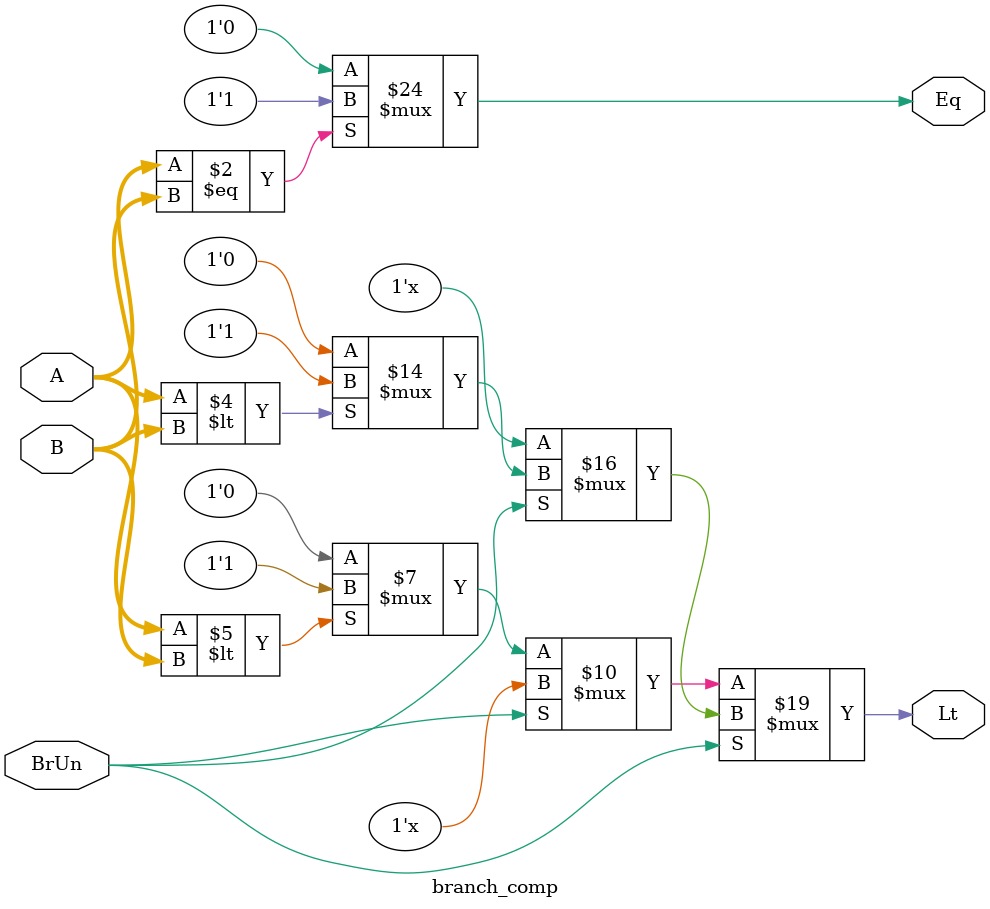
<source format=sv>
`timescale 1ns / 1ps


module branch_comp(
    input [31:0]A,
    input [31:0]B,
    input BrUn,
    output logic Eq,
    output logic Lt 
    );
    
    always @(*)
    begin
        if (A == B)
        begin
            Eq = 1'b1;
            Lt = 1'b0;
        end
        
        else
        begin
            Eq = 1'b0;
            Lt = 1'b0;
        end
        
        if(BrUn == 1'b1)       //unisgned comparison
        begin
            if (A < B)
            begin
                Lt = 1'b1;
            end
            
            else
            begin
                Lt = 1'b0;
            end
        end
        
        else        //signed comparison
        begin
            if ($signed(A) < $signed(B))
            begin
                Lt = 1'b1;
            end
            
            else
            begin
                Lt = 1'b0;
            end
        end
        
    
    end
endmodule

</source>
